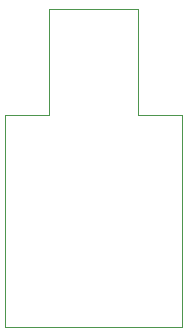
<source format=gm1>
G04 #@! TF.GenerationSoftware,KiCad,Pcbnew,7.0.7*
G04 #@! TF.CreationDate,2023-09-24T13:34:41+10:00*
G04 #@! TF.ProjectId,fyp_breakout,6679705f-6272-4656-916b-6f75742e6b69,rev?*
G04 #@! TF.SameCoordinates,Original*
G04 #@! TF.FileFunction,Profile,NP*
%FSLAX46Y46*%
G04 Gerber Fmt 4.6, Leading zero omitted, Abs format (unit mm)*
G04 Created by KiCad (PCBNEW 7.0.7) date 2023-09-24 13:34:41*
%MOMM*%
%LPD*%
G01*
G04 APERTURE LIST*
G04 #@! TA.AperFunction,Profile*
%ADD10C,0.100000*%
G04 #@! TD*
G04 APERTURE END LIST*
D10*
X148750000Y-104000000D02*
X152500000Y-104000000D01*
X152500000Y-122000000D01*
X137500000Y-122000000D01*
X137500000Y-104000000D01*
X141250000Y-104000000D01*
X141250000Y-95000000D01*
X148750000Y-95000000D01*
X148750000Y-104000000D01*
M02*

</source>
